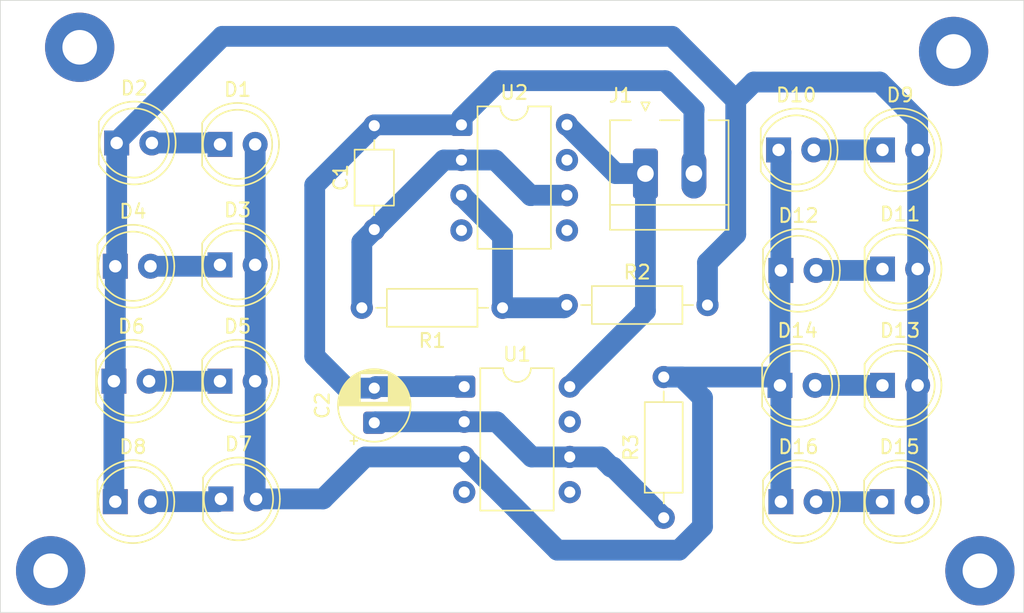
<source format=kicad_pcb>
(kicad_pcb (version 20241229) (generator "pcbnew") (generator_version "9.0")
  (title_block (title "Simulador luces policia") (date "2026-01-07") (rev "1.0") (company "Kits de electronica"))
  (layers (0 "F.Cu" signal) (2 "B.Cu" signal) (13 "F.Paste" user) (15 "B.Paste" user) (5 "F.SilkS" user "F.Silkscreen") (7 "B.SilkS" user "B.Silkscreen") (1 "F.Mask" user) (3 "B.Mask" user) (25 "Edge.Cuts" user))
  (net 0 "")
  (net 1 "Net-(U2-THR)")
  (net 2 "GND")
  (net 3 "Net-(U1-THR)")
  (net 4 "Net-(D1-K)")
  (net 5 "Net-(D1-A)")
  (net 6 "Net-(D11-A)")
  (net 7 "Net-(D3-K)")
  (net 8 "Net-(D5-K)")
  (net 9 "Net-(D7-K)")
  (net 10 "Net-(D10-A)")
  (net 11 "Net-(D11-K)")
  (net 12 "Net-(D13-K)")
  (net 13 "Net-(D15-K)")
  (net 14 "VCC")
  (net 15 "Net-(U2-Q)")
  (footprint "missimbolos:pad" (layer "F.Cu") (at 167.94 105.7)
    (property "Reference" "PadPlaca1" (hide yes))
    (property "Value" "~" (hide yes))
    (pad "1" thru_hole circle (at 0.03 -0.01) (size 5 5) (drill 2.5) (layers "*.Cu" "*.Mask"))
  )
  (footprint "LED_THT:LED_D5.0mm" (layer "F.Cu") (at 113.1 83.6)
    (property "Reference" "D3" (at 1.27 -3.96 0) (layer "F.SilkS"))
    (property "Value" "LED")
    (fp_line (start -1.29 -1.545) (end -1.29 1.545) (stroke (width 0.12)) (layer "F.SilkS"))
    (fp_arc (start -1.29 -1.54483) (mid 2.071779 -2.880495) (end 4.26 0) (stroke (width 0.12)) (layer "F.SilkS"))
    (fp_arc (start 4.26 0) (mid 2.071779 2.880495) (end -1.29 1.54483) (stroke (width 0.12)) (layer "F.SilkS"))
    (fp_circle (center 1.27 0) (end 3.77 0) (stroke (width 0.12)) (fill no) (layer "F.SilkS"))
    (pad "1" thru_hole rect (at 0 0) (size 1.8 1.8) (drill 0.9) (layers "*.Cu" "*.Mask") (net 7 "Net-(D3-K)"))
    (pad "2" thru_hole circle (at 2.54 0) (size 1.8 1.8) (drill 0.9) (layers "*.Cu" "*.Mask") (net 5 "Net-(D1-A)"))
  )
  (footprint "LED_THT:LED_D5.0mm" (layer "F.Cu") (at 105.54 83.7)
    (property "Reference" "D4" (at 1.27 -3.96 0) (layer "F.SilkS"))
    (property "Value" "LED")
    (fp_line (start -1.29 -1.545) (end -1.29 1.545) (stroke (width 0.12)) (layer "F.SilkS"))
    (fp_arc (start -1.29 -1.54483) (mid 2.071779 -2.880495) (end 4.26 0) (stroke (width 0.12)) (layer "F.SilkS"))
    (fp_arc (start 4.26 0) (mid 2.071779 2.880495) (end -1.29 1.54483) (stroke (width 0.12)) (layer "F.SilkS"))
    (fp_circle (center 1.27 0) (end 3.77 0) (stroke (width 0.12)) (fill no) (layer "F.SilkS"))
    (pad "1" thru_hole rect (at 0 0) (size 1.8 1.8) (drill 0.9) (layers "*.Cu" "*.Mask") (net 6 "Net-(D11-A)"))
    (pad "2" thru_hole circle (at 2.54 0) (size 1.8 1.8) (drill 0.9) (layers "*.Cu" "*.Mask") (net 7 "Net-(D3-K)"))
  )
  (footprint "missimbolos:pad" (layer "F.Cu") (at 100.84 105.7)
    (property "Reference" "PadPlaca3" (hide yes))
    (property "Value" "~" (hide yes))
    (pad "1" thru_hole circle (at 0.03 -0.01) (size 5 5) (drill 2.5) (layers "*.Cu" "*.Mask"))
  )
  (footprint "LED_THT:LED_D5.0mm" (layer "F.Cu") (at 153.535 92.3)
    (property "Reference" "D14" (at 1.27 -3.96 0) (layer "F.SilkS"))
    (property "Value" "LED")
    (fp_line (start -1.29 -1.545) (end -1.29 1.545) (stroke (width 0.12)) (layer "F.SilkS"))
    (fp_arc (start -1.29 -1.54483) (mid 2.071779 -2.880495) (end 4.26 0) (stroke (width 0.12)) (layer "F.SilkS"))
    (fp_arc (start 4.26 0) (mid 2.071779 2.880495) (end -1.29 1.54483) (stroke (width 0.12)) (layer "F.SilkS"))
    (fp_circle (center 1.27 0) (end 3.77 0) (stroke (width 0.12)) (fill no) (layer "F.SilkS"))
    (pad "1" thru_hole rect (at 0 0) (size 1.8 1.8) (drill 0.9) (layers "*.Cu" "*.Mask") (net 5 "Net-(D1-A)"))
    (pad "2" thru_hole circle (at 2.54 0) (size 1.8 1.8) (drill 0.9) (layers "*.Cu" "*.Mask") (net 12 "Net-(D13-K)"))
  )
  (footprint "LED_THT:LED_D5.0mm" (layer "F.Cu") (at 160.9 100.7)
    (property "Reference" "D15" (at 1.27 -3.96 0) (layer "F.SilkS"))
    (property "Value" "LED")
    (fp_line (start -1.29 -1.545) (end -1.29 1.545) (stroke (width 0.12)) (layer "F.SilkS"))
    (fp_arc (start -1.29 -1.54483) (mid 2.071779 -2.880495) (end 4.26 0) (stroke (width 0.12)) (layer "F.SilkS"))
    (fp_arc (start 4.26 0) (mid 2.071779 2.880495) (end -1.29 1.54483) (stroke (width 0.12)) (layer "F.SilkS"))
    (fp_circle (center 1.27 0) (end 3.77 0) (stroke (width 0.12)) (fill no) (layer "F.SilkS"))
    (pad "1" thru_hole rect (at 0 0) (size 1.8 1.8) (drill 0.9) (layers "*.Cu" "*.Mask") (net 13 "Net-(D15-K)"))
    (pad "2" thru_hole circle (at 2.54 0) (size 1.8 1.8) (drill 0.9) (layers "*.Cu" "*.Mask") (net 6 "Net-(D11-A)"))
  )
  (footprint "LED_THT:LED_D5.0mm" (layer "F.Cu") (at 105.64 74.8)
    (property "Reference" "D2" (at 1.27 -3.96 0) (layer "F.SilkS"))
    (property "Value" "LED")
    (fp_line (start -1.29 -1.545) (end -1.29 1.545) (stroke (width 0.12)) (layer "F.SilkS"))
    (fp_arc (start -1.29 -1.54483) (mid 2.071779 -2.880495) (end 4.26 0) (stroke (width 0.12)) (layer "F.SilkS"))
    (fp_arc (start 4.26 0) (mid 2.071779 2.880495) (end -1.29 1.54483) (stroke (width 0.12)) (layer "F.SilkS"))
    (fp_circle (center 1.27 0) (end 3.77 0) (stroke (width 0.12)) (fill no) (layer "F.SilkS"))
    (pad "1" thru_hole rect (at 0 0) (size 1.8 1.8) (drill 0.9) (layers "*.Cu" "*.Mask") (net 6 "Net-(D11-A)"))
    (pad "2" thru_hole circle (at 2.54 0) (size 1.8 1.8) (drill 0.9) (layers "*.Cu" "*.Mask") (net 4 "Net-(D1-K)"))
  )
  (footprint "Conectores_screw:PhoenixContact_MKDS_1,5_2-1727010-1x02_P3.50mm" (layer "F.Cu") (at 143.82 74.4675)
    (property "Reference" "J1" (at -1.78 -3.1 0) (layer "F.SilkS"))
    (property "Value" "9V")
    (fp_line (start -2.56 -1.31) (end -2.56 6.6) (stroke (width 0.12)) (layer "F.SilkS"))
    (fp_line (start -2.56 -1.31) (end -1.05 -1.31) (stroke (width 0.12)) (layer "F.SilkS"))
    (fp_line (start -2.56 4.8) (end 6 4.8) (stroke (width 0.12)) (layer "F.SilkS"))
    (fp_line (start -2.56 6.6) (end 6 6.6) (stroke (width 0.12)) (layer "F.SilkS"))
    (fp_line (start -0.3 -2.6) (end 0.3 -2.6) (stroke (width 0.12)) (layer "F.SilkS"))
    (fp_line (start 0 -2) (end -0.3 -2.6) (stroke (width 0.12)) (layer "F.SilkS"))
    (fp_line (start 0.3 -2.6) (end 0 -2) (stroke (width 0.12)) (layer "F.SilkS"))
    (fp_line (start 1.05 -1.31) (end 2.45 -1.31) (stroke (width 0.12)) (layer "F.SilkS"))
    (fp_line (start 4.55 -1.31) (end 6 -1.31) (stroke (width 0.12)) (layer "F.SilkS"))
    (fp_line (start 6 6.6) (end 6 -1.31) (stroke (width 0.12)) (layer "F.SilkS"))
    (pad "1" thru_hole roundrect (at 0 2.54) (size 1.8 3.6) (drill 1.2) (layers "*.Cu" "*.Mask") (roundrect_rratio 0.138889) (net 14 "VCC"))
    (pad "2" thru_hole oval (at 3.5 2.54) (size 1.8 3.6) (drill 1.2) (layers "*.Cu" "*.Mask") (net 2 "GND"))
  )
  (footprint "LED_THT:LED_D5.0mm" (layer "F.Cu") (at 113.1 74.9)
    (property "Reference" "D1" (at 1.27 -3.96 0) (layer "F.SilkS"))
    (property "Value" "LED")
    (fp_line (start -1.29 -1.545) (end -1.29 1.545) (stroke (width 0.12)) (layer "F.SilkS"))
    (fp_arc (start -1.29 -1.54483) (mid 2.071779 -2.880495) (end 4.26 0) (stroke (width 0.12)) (layer "F.SilkS"))
    (fp_arc (start 4.26 0) (mid 2.071779 2.880495) (end -1.29 1.54483) (stroke (width 0.12)) (layer "F.SilkS"))
    (fp_circle (center 1.27 0) (end 3.77 0) (stroke (width 0.12)) (fill no) (layer "F.SilkS"))
    (pad "1" thru_hole rect (at 0 0) (size 1.8 1.8) (drill 0.9) (layers "*.Cu" "*.Mask") (net 4 "Net-(D1-K)"))
    (pad "2" thru_hole circle (at 2.54 0) (size 1.8 1.8) (drill 0.9) (layers "*.Cu" "*.Mask") (net 5 "Net-(D1-A)"))
  )
  (footprint "LED_THT:LED_D5.0mm" (layer "F.Cu") (at 153.435 75.3)
    (property "Reference" "D10" (at 1.27 -3.96 0) (layer "F.SilkS"))
    (property "Value" "LED")
    (fp_line (start -1.29 -1.545) (end -1.29 1.545) (stroke (width 0.12)) (layer "F.SilkS"))
    (fp_arc (start -1.29 -1.54483) (mid 2.071779 -2.880495) (end 4.26 0) (stroke (width 0.12)) (layer "F.SilkS"))
    (fp_arc (start 4.26 0) (mid 2.071779 2.880495) (end -1.29 1.54483) (stroke (width 0.12)) (layer "F.SilkS"))
    (fp_circle (center 1.27 0) (end 3.77 0) (stroke (width 0.12)) (fill no) (layer "F.SilkS"))
    (pad "1" thru_hole rect (at 0 0) (size 1.8 1.8) (drill 0.9) (layers "*.Cu" "*.Mask") (net 5 "Net-(D1-A)"))
    (pad "2" thru_hole circle (at 2.54 0) (size 1.8 1.8) (drill 0.9) (layers "*.Cu" "*.Mask") (net 10 "Net-(D10-A)"))
  )
  (footprint "LED_THT:LED_D5.0mm" (layer "F.Cu") (at 105.44 92)
    (property "Reference" "D6" (at 1.27 -3.96 0) (layer "F.SilkS"))
    (property "Value" "LED")
    (fp_line (start -1.29 -1.545) (end -1.29 1.545) (stroke (width 0.12)) (layer "F.SilkS"))
    (fp_arc (start -1.29 -1.54483) (mid 2.071779 -2.880495) (end 4.26 0) (stroke (width 0.12)) (layer "F.SilkS"))
    (fp_arc (start 4.26 0) (mid 2.071779 2.880495) (end -1.29 1.54483) (stroke (width 0.12)) (layer "F.SilkS"))
    (fp_circle (center 1.27 0) (end 3.77 0) (stroke (width 0.12)) (fill no) (layer "F.SilkS"))
    (pad "1" thru_hole rect (at 0 0) (size 1.8 1.8) (drill 0.9) (layers "*.Cu" "*.Mask") (net 6 "Net-(D11-A)"))
    (pad "2" thru_hole circle (at 2.54 0) (size 1.8 1.8) (drill 0.9) (layers "*.Cu" "*.Mask") (net 8 "Net-(D5-K)"))
  )
  (footprint "Capacitor_THT:CP_Radial_D5.0mm_P2.50mm" (layer "F.Cu") (at 124.24 95 90)
    (property "Reference" "C2" (at 1.25 -3.75 90) (layer "F.SilkS"))
    (property "Value" "19uF")
    (fp_line (start 1.29 -2.58) (end 1.29 2.58) (stroke (width 0.12)) (layer "F.SilkS"))
    (fp_line (start 1.25 -2.58) (end 1.25 2.58) (stroke (width 0.12)) (layer "F.SilkS"))
    (fp_line (start 1.33 -2.579) (end 1.33 2.579) (stroke (width 0.12)) (layer "F.SilkS"))
    (fp_line (start 1.37 -2.577) (end 1.37 2.577) (stroke (width 0.12)) (layer "F.SilkS"))
    (fp_line (start 1.41 -2.575) (end 1.41 2.575) (stroke (width 0.12)) (layer "F.SilkS"))
    (fp_line (start 1.45 -2.572) (end 1.45 2.572) (stroke (width 0.12)) (layer "F.SilkS"))
    (fp_line (start 1.49 -2.569) (end 1.49 -1.04) (stroke (width 0.12)) (layer "F.SilkS"))
    (fp_line (start 1.53 -2.565) (end 1.53 -1.04) (stroke (width 0.12)) (layer "F.SilkS"))
    (fp_line (start 1.57 -2.56) (end 1.57 -1.04) (stroke (width 0.12)) (layer "F.SilkS"))
    (fp_line (start 1.61 -2.555) (end 1.61 -1.04) (stroke (width 0.12)) (layer "F.SilkS"))
    (fp_line (start 1.65 -2.549) (end 1.65 -1.04) (stroke (width 0.12)) (layer "F.SilkS"))
    (fp_line (start 1.69 -2.543) (end 1.69 -1.04) (stroke (width 0.12)) (layer "F.SilkS"))
    (fp_line (start 1.73 -2.536) (end 1.73 -1.04) (stroke (width 0.12)) (layer "F.SilkS"))
    (fp_line (start 1.77 -2.528) (end 1.77 -1.04) (stroke (width 0.12)) (layer "F.SilkS"))
    (fp_line (start 1.81 -2.519) (end 1.81 -1.04) (stroke (width 0.12)) (layer "F.SilkS"))
    (fp_line (start 1.85 -2.51) (end 1.85 -1.04) (stroke (width 0.12)) (layer "F.SilkS"))
    (fp_line (start 1.89 -2.501) (end 1.89 -1.04) (stroke (width 0.12)) (layer "F.SilkS"))
    (fp_line (start 1.93 -2.49) (end 1.93 -1.04) (stroke (width 0.12)) (layer "F.SilkS"))
    (fp_line (start 1.97 -2.479) (end 1.97 -1.04) (stroke (width 0.12)) (layer "F.SilkS"))
    (fp_line (start 2.01 -2.467) (end 2.01 -1.04) (stroke (width 0.12)) (layer "F.SilkS"))
    (fp_line (start 2.05 -2.455) (end 2.05 -1.04) (stroke (width 0.12)) (layer "F.SilkS"))
    (fp_line (start 2.09 -2.442) (end 2.09 -1.04) (stroke (width 0.12)) (layer "F.SilkS"))
    (fp_line (start 2.13 -2.428) (end 2.13 -1.04) (stroke (width 0.12)) (layer "F.SilkS"))
    (fp_line (start 2.17 -2.413) (end 2.17 -1.04) (stroke (width 0.12)) (layer "F.SilkS"))
    (fp_line (start 2.21 -2.398) (end 2.21 -1.04) (stroke (width 0.12)) (layer "F.SilkS"))
    (fp_line (start 2.25 -2.382) (end 2.25 -1.04) (stroke (width 0.12)) (layer "F.SilkS"))
    (fp_line (start 2.29 -2.365) (end 2.29 -1.04) (stroke (width 0.12)) (layer "F.SilkS"))
    (fp_line (start 2.33 -2.347) (end 2.33 -1.04) (stroke (width 0.12)) (layer "F.SilkS"))
    (fp_line (start 2.37 -2.329) (end 2.37 -1.04) (stroke (width 0.12)) (layer "F.SilkS"))
    (fp_line (start 2.41 -2.309) (end 2.41 -1.04) (stroke (width 0.12)) (layer "F.SilkS"))
    (fp_line (start 2.45 -2.289) (end 2.45 -1.04) (stroke (width 0.12)) (layer "F.SilkS"))
    (fp_line (start 2.49 -2.268) (end 2.49 -1.04) (stroke (width 0.12)) (layer "F.SilkS"))
    (fp_line (start 2.53 -2.246) (end 2.53 -1.04) (stroke (width 0.12)) (layer "F.SilkS"))
    (fp_line (start 2.57 -2.223) (end 2.57 -1.04) (stroke (width 0.12)) (layer "F.SilkS"))
    (fp_line (start 2.61 -2.199) (end 2.61 -1.04) (stroke (width 0.12)) (layer "F.SilkS"))
    (fp_line (start 2.65 -2.175) (end 2.65 -1.04) (stroke (width 0.12)) (layer "F.SilkS"))
    (fp_line (start 2.69 -2.149) (end 2.69 -1.04) (stroke (width 0.12)) (layer "F.SilkS"))
    (fp_line (start 2.73 -2.122) (end 2.73 -1.04) (stroke (width 0.12)) (layer "F.SilkS"))
    (fp_line (start 2.77 -2.094) (end 2.77 -1.04) (stroke (width 0.12)) (layer "F.SilkS"))
    (fp_line (start 2.81 -2.065) (end 2.81 -1.04) (stroke (width 0.12)) (layer "F.SilkS"))
    (fp_line (start 2.85 -2.035) (end 2.85 -1.04) (stroke (width 0.12)) (layer "F.SilkS"))
    (fp_line (start 2.89 -2.003) (end 2.89 -1.04) (stroke (width 0.12)) (layer "F.SilkS"))
    (fp_line (start 2.93 -1.97) (end 2.93 -1.04) (stroke (width 0.12)) (layer "F.SilkS"))
    (fp_line (start 2.97 -1.936) (end 2.97 -1.04) (stroke (width 0.12)) (layer "F.SilkS"))
    (fp_line (start 3.01 -1.901) (end 3.01 -1.04) (stroke (width 0.12)) (layer "F.SilkS"))
    (fp_line (start 3.05 -1.864) (end 3.05 -1.04) (stroke (width 0.12)) (layer "F.SilkS"))
    (fp_line (start 3.09 -1.825) (end 3.09 -1.04) (stroke (width 0.12)) (layer "F.SilkS"))
    (fp_line (start 3.13 -1.785) (end 3.13 -1.04) (stroke (width 0.12)) (layer "F.SilkS"))
    (fp_line (start 3.17 -1.743) (end 3.17 -1.04) (stroke (width 0.12)) (layer "F.SilkS"))
    (fp_line (start -1.304775 -1.725) (end -1.304775 -1.225) (stroke (width 0.12)) (layer "F.SilkS"))
    (fp_line (start 3.21 -1.699) (end 3.21 -1.04) (stroke (width 0.12)) (layer "F.SilkS"))
    (fp_line (start 3.25 -1.652) (end 3.25 -1.04) (stroke (width 0.12)) (layer "F.SilkS"))
    (fp_line (start 3.29 -1.604) (end 3.29 -1.04) (stroke (width 0.12)) (layer "F.SilkS"))
    (fp_line (start 3.33 -1.553) (end 3.33 -1.04) (stroke (width 0.12)) (layer "F.SilkS"))
    (fp_line (start 3.37 -1.499) (end 3.37 -1.04) (stroke (width 0.12)) (layer "F.SilkS"))
    (fp_line (start -1.554775 -1.475) (end -1.054775 -1.475) (stroke (width 0.12)) (layer "F.SilkS"))
    (fp_line (start 3.41 -1.443) (end 3.41 -1.04) (stroke (width 0.12)) (layer "F.SilkS"))
    (fp_line (start 3.45 -1.383) (end 3.45 -1.04) (stroke (width 0.12)) (layer "F.SilkS"))
    (fp_line (start 3.49 -1.319) (end 3.49 -1.04) (stroke (width 0.12)) (layer "F.SilkS"))
    (fp_line (start 3.53 -1.251) (end 3.53 -1.04) (stroke (width 0.12)) (layer "F.SilkS"))
    (fp_line (start 3.57 -1.177) (end 3.57 1.177) (stroke (width 0.12)) (layer "F.SilkS"))
    (fp_line (start 3.61 -1.098) (end 3.61 1.098) (stroke (width 0.12)) (layer "F.SilkS"))
    (fp_line (start 3.65 -1.011) (end 3.65 1.011) (stroke (width 0.12)) (layer "F.SilkS"))
    (fp_line (start 3.69 -0.914) (end 3.69 0.914) (stroke (width 0.12)) (layer "F.SilkS"))
    (fp_line (start 3.73 -0.805) (end 3.73 0.805) (stroke (width 0.12)) (layer "F.SilkS"))
    (fp_line (start 3.77 -0.677) (end 3.77 0.677) (stroke (width 0.12)) (layer "F.SilkS"))
    (fp_line (start 3.81 -0.517) (end 3.81 0.517) (stroke (width 0.12)) (layer "F.SilkS"))
    (fp_line (start 3.85 -0.283) (end 3.85 0.283) (stroke (width 0.12)) (layer "F.SilkS"))
    (fp_line (start 3.53 1.04) (end 3.53 1.251) (stroke (width 0.12)) (layer "F.SilkS"))
    (fp_line (start 3.49 1.04) (end 3.49 1.319) (stroke (width 0.12)) (layer "F.SilkS"))
    (fp_line (start 3.45 1.04) (end 3.45 1.383) (stroke (width 0.12)) (layer "F.SilkS"))
    (fp_line (start 3.41 1.04) (end 3.41 1.443) (stroke (width 0.12)) (layer "F.SilkS"))
    (fp_line (start 3.37 1.04) (end 3.37 1.499) (stroke (width 0.12)) (layer "F.SilkS"))
    (fp_line (start 3.33 1.04) (end 3.33 1.553) (stroke (width 0.12)) (layer "F.SilkS"))
    (fp_line (start 3.29 1.04) (end 3.29 1.604) (stroke (width 0.12)) (layer "F.SilkS"))
    (fp_line (start 3.25 1.04) (end 3.25 1.652) (stroke (width 0.12)) (layer "F.SilkS"))
    (fp_line (start 3.21 1.04) (end 3.21 1.699) (stroke (width 0.12)) (layer "F.SilkS"))
    (fp_line (start 3.17 1.04) (end 3.17 1.743) (stroke (width 0.12)) (layer "F.SilkS"))
    (fp_line (start 3.13 1.04) (end 3.13 1.785) (stroke (width 0.12)) (layer "F.SilkS"))
    (fp_line (start 3.09 1.04) (end 3.09 1.825) (stroke (width 0.12)) (layer "F.SilkS"))
    (fp_line (start 3.05 1.04) (end 3.05 1.864) (stroke (width 0.12)) (layer "F.SilkS"))
    (fp_line (start 3.01 1.04) (end 3.01 1.901) (stroke (width 0.12)) (layer "F.SilkS"))
    (fp_line (start 2.97 1.04) (end 2.97 1.936) (stroke (width 0.12)) (layer "F.SilkS"))
    (fp_line (start 2.93 1.04) (end 2.93 1.97) (stroke (width 0.12)) (layer "F.SilkS"))
    (fp_line (start 2.89 1.04) (end 2.89 2.003) (stroke (width 0.12)) (layer "F.SilkS"))
    (fp_line (start 2.85 1.04) (end 2.85 2.035) (stroke (width 0.12)) (layer "F.SilkS"))
    (fp_line (start 2.81 1.04) (end 2.81 2.065) (stroke (width 0.12)) (layer "F.SilkS"))
    (fp_line (start 2.77 1.04) (end 2.77 2.094) (stroke (width 0.12)) (layer "F.SilkS"))
    (fp_line (start 2.73 1.04) (end 2.73 2.122) (stroke (width 0.12)) (layer "F.SilkS"))
    (fp_line (start 2.69 1.04) (end 2.69 2.149) (stroke (width 0.12)) (layer "F.SilkS"))
    (fp_line (start 2.65 1.04) (end 2.65 2.175) (stroke (width 0.12)) (layer "F.SilkS"))
    (fp_line (start 2.61 1.04) (end 2.61 2.199) (stroke (width 0.12)) (layer "F.SilkS"))
    (fp_line (start 2.57 1.04) (end 2.57 2.223) (stroke (width 0.12)) (layer "F.SilkS"))
    (fp_line (start 2.53 1.04) (end 2.53 2.246) (stroke (width 0.12)) (layer "F.SilkS"))
    (fp_line (start 2.49 1.04) (end 2.49 2.268) (stroke (width 0.12)) (layer "F.SilkS"))
    (fp_line (start 2.45 1.04) (end 2.45 2.289) (stroke (width 0.12)) (layer "F.SilkS"))
    (fp_line (start 2.41 1.04) (end 2.41 2.309) (stroke (width 0.12)) (layer "F.SilkS"))
    (fp_line (start 2.37 1.04) (end 2.37 2.329) (stroke (width 0.12)) (layer "F.SilkS"))
    (fp_line (start 2.33 1.04) (end 2.33 2.347) (stroke (width 0.12)) (layer "F.SilkS"))
    (fp_line (start 2.29 1.04) (end 2.29 2.365) (stroke (width 0.12)) (layer "F.SilkS"))
    (fp_line (start 2.25 1.04) (end 2.25 2.382) (stroke (width 0.12)) (layer "F.SilkS"))
    (fp_line (start 2.21 1.04) (end 2.21 2.398) (stroke (width 0.12)) (layer "F.SilkS"))
    (fp_line (start 2.17 1.04) (end 2.17 2.413) (stroke (width 0.12)) (layer "F.SilkS"))
    (fp_line (start 2.13 1.04) (end 2.13 2.428) (stroke (width 0.12)) (layer "F.SilkS"))
    (fp_line (start 2.09 1.04) (end 2.09 2.442) (stroke (width 0.12)) (layer "F.SilkS"))
    (fp_line (start 2.05 1.04) (end 2.05 2.455) (stroke (width 0.12)) (layer "F.SilkS"))
    (fp_line (start 2.01 1.04) (end 2.01 2.467) (stroke (width 0.12)) (layer "F.SilkS"))
    (fp_line (start 1.97 1.04) (end 1.97 2.479) (stroke (width 0.12)) (layer "F.SilkS"))
    (fp_line (start 1.93 1.04) (end 1.93 2.49) (stroke (width 0.12)) (layer "F.SilkS"))
    (fp_line (start 1.89 1.04) (end 1.89 2.501) (stroke (width 0.12)) (layer "F.SilkS"))
    (fp_line (start 1.85 1.04) (end 1.85 2.51) (stroke (width 0.12)) (layer "F.SilkS"))
    (fp_line (start 1.81 1.04) (end 1.81 2.519) (stroke (width 0.12)) (layer "F.SilkS"))
    (fp_line (start 1.77 1.04) (end 1.77 2.528) (stroke (width 0.12)) (layer "F.SilkS"))
    (fp_line (start 1.73 1.04) (end 1.73 2.536) (stroke (width 0.12)) (layer "F.SilkS"))
    (fp_line (start 1.69 1.04) (end 1.69 2.543) (stroke (width 0.12)) (layer "F.SilkS"))
    (fp_line (start 1.65 1.04) (end 1.65 2.549) (stroke (width 0.12)) (layer "F.SilkS"))
    (fp_line (start 1.61 1.04) (end 1.61 2.555) (stroke (width 0.12)) (layer "F.SilkS"))
    (fp_line (start 1.57 1.04) (end 1.57 2.56) (stroke (width 0.12)) (layer "F.SilkS"))
    (fp_line (start 1.53 1.04) (end 1.53 2.565) (stroke (width 0.12)) (layer "F.SilkS"))
    (fp_line (start 1.49 1.04) (end 1.49 2.569) (stroke (width 0.12)) (layer "F.SilkS"))
    (fp_circle (center 1.25 0) (end 3.87 0) (stroke (width 0.12)) (fill no) (layer "F.SilkS"))
    (pad "1" thru_hole roundrect (at 0 0 90) (size 1.6 1.6) (drill 0.8) (layers "*.Cu" "*.Mask") (roundrect_rratio 0.15625) (net 3 "Net-(U1-THR)"))
    (pad "2" thru_hole circle (at 2.5 0 90) (size 1.6 1.6) (drill 0.8) (layers "*.Cu" "*.Mask") (net 2 "GND"))
  )
  (footprint "Resistor_THT:R_Axial_DIN0207_L6.3mm_D2.5mm_P10.16mm_Horizontal" (layer "F.Cu") (at 138.14 86.5)
    (property "Reference" "R2" (at 5.08 -2.37 0) (layer "F.SilkS"))
    (property "Value" "100")
    (fp_line (start 1.04 0) (end 1.81 0) (stroke (width 0.12)) (layer "F.SilkS"))
    (fp_line (start 9.12 0) (end 8.35 0) (stroke (width 0.12)) (layer "F.SilkS"))
    (fp_rect (start 1.81 -1.37) (end 8.35 1.37) (stroke (width 0.12)) (fill no) (layer "F.SilkS"))
    (pad "1" thru_hole circle (at 0 0) (size 1.6 1.6) (drill 0.8) (layers "*.Cu" "*.Mask") (net 15 "Net-(U2-Q)"))
    (pad "2" thru_hole circle (at 10.16 0) (size 1.6 1.6) (drill 0.8) (layers "*.Cu" "*.Mask") (net 6 "Net-(D11-A)"))
  )
  (footprint "Resistor_THT:R_Axial_DIN0207_L6.3mm_D2.5mm_P10.16mm_Horizontal" (layer "F.Cu") (at 145.14 101.86 90)
    (property "Reference" "R3" (at 5.08 -2.37 90) (layer "F.SilkS"))
    (property "Value" "470K")
    (fp_line (start 9.12 0) (end 8.35 0) (stroke (width 0.12)) (layer "F.SilkS"))
    (fp_line (start 1.04 0) (end 1.81 0) (stroke (width 0.12)) (layer "F.SilkS"))
    (fp_rect (start 1.81 -1.37) (end 8.35 1.37) (stroke (width 0.12)) (fill no) (layer "F.SilkS"))
    (pad "1" thru_hole circle (at 0 0 90) (size 1.6 1.6) (drill 0.8) (layers "*.Cu" "*.Mask") (net 3 "Net-(U1-THR)"))
    (pad "2" thru_hole circle (at 10.16 0 90) (size 1.6 1.6) (drill 0.8) (layers "*.Cu" "*.Mask") (net 5 "Net-(D1-A)"))
  )
  (footprint "LED_THT:LED_D5.0mm" (layer "F.Cu") (at 105.54 100.7)
    (property "Reference" "D8" (at 1.27 -3.96 0) (layer "F.SilkS"))
    (property "Value" "LED")
    (fp_line (start -1.29 -1.545) (end -1.29 1.545) (stroke (width 0.12)) (layer "F.SilkS"))
    (fp_arc (start -1.29 -1.54483) (mid 2.071779 -2.880495) (end 4.26 0) (stroke (width 0.12)) (layer "F.SilkS"))
    (fp_arc (start 4.26 0) (mid 2.071779 2.880495) (end -1.29 1.54483) (stroke (width 0.12)) (layer "F.SilkS"))
    (fp_circle (center 1.27 0) (end 3.77 0) (stroke (width 0.12)) (fill no) (layer "F.SilkS"))
    (pad "1" thru_hole rect (at 0 0) (size 1.8 1.8) (drill 0.9) (layers "*.Cu" "*.Mask") (net 6 "Net-(D11-A)"))
    (pad "2" thru_hole circle (at 2.54 0) (size 1.8 1.8) (drill 0.9) (layers "*.Cu" "*.Mask") (net 9 "Net-(D7-K)"))
  )
  (footprint "Capacitor_THT:C_Axial_L3.8mm_D2.6mm_P7.50mm_Horizontal" (layer "F.Cu") (at 124.24 81.05 90)
    (property "Reference" "C1" (at 3.75 -2.42 90) (layer "F.SilkS"))
    (property "Value" "8nF")
    (fp_line (start 6.46 0) (end 5.77 0) (stroke (width 0.12)) (layer "F.SilkS"))
    (fp_line (start 1.04 0) (end 1.73 0) (stroke (width 0.12)) (layer "F.SilkS"))
    (fp_rect (start 1.73 -1.42) (end 5.77 1.42) (stroke (width 0.12)) (fill no) (layer "F.SilkS"))
    (pad "1" thru_hole circle (at 0 0 90) (size 1.6 1.6) (drill 0.8) (layers "*.Cu" "*.Mask") (net 1 "Net-(U2-THR)"))
    (pad "2" thru_hole circle (at 7.5 0 90) (size 1.6 1.6) (drill 0.8) (layers "*.Cu" "*.Mask") (net 2 "GND"))
  )
  (footprint "LED_THT:LED_D5.0mm" (layer "F.Cu") (at 153.6 84)
    (property "Reference" "D12" (at 1.27 -3.96 0) (layer "F.SilkS"))
    (property "Value" "LED")
    (fp_line (start -1.29 -1.545) (end -1.29 1.545) (stroke (width 0.12)) (layer "F.SilkS"))
    (fp_arc (start -1.29 -1.54483) (mid 2.071779 -2.880495) (end 4.26 0) (stroke (width 0.12)) (layer "F.SilkS"))
    (fp_arc (start 4.26 0) (mid 2.071779 2.880495) (end -1.29 1.54483) (stroke (width 0.12)) (layer "F.SilkS"))
    (fp_circle (center 1.27 0) (end 3.77 0) (stroke (width 0.12)) (fill no) (layer "F.SilkS"))
    (pad "1" thru_hole rect (at 0 0) (size 1.8 1.8) (drill 0.9) (layers "*.Cu" "*.Mask") (net 5 "Net-(D1-A)"))
    (pad "2" thru_hole circle (at 2.54 0) (size 1.8 1.8) (drill 0.9) (layers "*.Cu" "*.Mask") (net 11 "Net-(D11-K)"))
  )
  (footprint "LED_THT:LED_D5.0mm" (layer "F.Cu") (at 160.935 75.3)
    (property "Reference" "D9" (at 1.27 -3.96 0) (layer "F.SilkS"))
    (property "Value" "LED")
    (fp_line (start -1.29 -1.545) (end -1.29 1.545) (stroke (width 0.12)) (layer "F.SilkS"))
    (fp_arc (start -1.29 -1.54483) (mid 2.071779 -2.880495) (end 4.26 0) (stroke (width 0.12)) (layer "F.SilkS"))
    (fp_arc (start 4.26 0) (mid 2.071779 2.880495) (end -1.29 1.54483) (stroke (width 0.12)) (layer "F.SilkS"))
    (fp_circle (center 1.27 0) (end 3.77 0) (stroke (width 0.12)) (fill no) (layer "F.SilkS"))
    (pad "1" thru_hole rect (at 0 0) (size 1.8 1.8) (drill 0.9) (layers "*.Cu" "*.Mask") (net 10 "Net-(D10-A)"))
    (pad "2" thru_hole circle (at 2.54 0) (size 1.8 1.8) (drill 0.9) (layers "*.Cu" "*.Mask") (net 6 "Net-(D11-A)"))
  )
  (footprint "LED_THT:LED_D5.0mm" (layer "F.Cu") (at 113.1 92)
    (property "Reference" "D5" (at 1.27 -3.96 0) (layer "F.SilkS"))
    (property "Value" "LED")
    (fp_line (start -1.29 -1.545) (end -1.29 1.545) (stroke (width 0.12)) (layer "F.SilkS"))
    (fp_arc (start -1.29 -1.54483) (mid 2.071779 -2.880495) (end 4.26 0) (stroke (width 0.12)) (layer "F.SilkS"))
    (fp_arc (start 4.26 0) (mid 2.071779 2.880495) (end -1.29 1.54483) (stroke (width 0.12)) (layer "F.SilkS"))
    (fp_circle (center 1.27 0) (end 3.77 0) (stroke (width 0.12)) (fill no) (layer "F.SilkS"))
    (pad "1" thru_hole rect (at 0 0) (size 1.8 1.8) (drill 0.9) (layers "*.Cu" "*.Mask") (net 8 "Net-(D5-K)"))
    (pad "2" thru_hole circle (at 2.54 0) (size 1.8 1.8) (drill 0.9) (layers "*.Cu" "*.Mask") (net 5 "Net-(D1-A)"))
  )
  (footprint "Package_DIP:DIP-8_W7.62mm" (layer "F.Cu") (at 130.535 73.49)
    (property "Reference" "U2" (at 3.81 -2.33 0) (layer "F.SilkS"))
    (property "Value" "LM555xN")
    (fp_line (start 1.16 -1.33) (end 1.16 8.95) (stroke (width 0.12)) (layer "F.SilkS"))
    (fp_line (start 1.16 8.95) (end 6.46 8.95) (stroke (width 0.12)) (layer "F.SilkS"))
    (fp_line (start 2.81 -1.33) (end 1.16 -1.33) (stroke (width 0.12)) (layer "F.SilkS"))
    (fp_line (start 6.46 -1.33) (end 4.81 -1.33) (stroke (width 0.12)) (layer "F.SilkS"))
    (fp_line (start 6.46 8.95) (end 6.46 -1.33) (stroke (width 0.12)) (layer "F.SilkS"))
    (fp_arc (start 4.81 -1.33) (mid 3.81 -0.33) (end 2.81 -1.33) (stroke (width 0.12)) (layer "F.SilkS"))
    (pad "1" thru_hole roundrect (at 0 0) (size 1.6 1.6) (drill 0.8) (layers "*.Cu" "*.Mask") (roundrect_rratio 0.15625) (net 2 "GND"))
    (pad "2" thru_hole circle (at 0 2.54) (size 1.6 1.6) (drill 0.8) (layers "*.Cu" "*.Mask") (net 1 "Net-(U2-THR)"))
    (pad "3" thru_hole circle (at 0 5.08) (size 1.6 1.6) (drill 0.8) (layers "*.Cu" "*.Mask") (net 15 "Net-(U2-Q)"))
    (pad "4" thru_hole circle (at 0 7.62) (size 1.6 1.6) (drill 0.8) (layers "*.Cu" "*.Mask"))
    (pad "5" thru_hole circle (at 7.62 7.62) (size 1.6 1.6) (drill 0.8) (layers "*.Cu" "*.Mask"))
    (pad "6" thru_hole circle (at 7.62 5.08) (size 1.6 1.6) (drill 0.8) (layers "*.Cu" "*.Mask") (net 1 "Net-(U2-THR)"))
    (pad "7" thru_hole circle (at 7.62 2.54) (size 1.6 1.6) (drill 0.8) (layers "*.Cu" "*.Mask"))
    (pad "8" thru_hole circle (at 7.62 0) (size 1.6 1.6) (drill 0.8) (layers "*.Cu" "*.Mask") (net 14 "VCC"))
  )
  (footprint "LED_THT:LED_D5.0mm" (layer "F.Cu") (at 160.935 83.9)
    (property "Reference" "D11" (at 1.27 -3.96 0) (layer "F.SilkS"))
    (property "Value" "LED")
    (fp_line (start -1.29 -1.545) (end -1.29 1.545) (stroke (width 0.12)) (layer "F.SilkS"))
    (fp_arc (start -1.29 -1.54483) (mid 2.071779 -2.880495) (end 4.26 0) (stroke (width 0.12)) (layer "F.SilkS"))
    (fp_arc (start 4.26 0) (mid 2.071779 2.880495) (end -1.29 1.54483) (stroke (width 0.12)) (layer "F.SilkS"))
    (fp_circle (center 1.27 0) (end 3.77 0) (stroke (width 0.12)) (fill no) (layer "F.SilkS"))
    (pad "1" thru_hole rect (at 0 0) (size 1.8 1.8) (drill 0.9) (layers "*.Cu" "*.Mask") (net 11 "Net-(D11-K)"))
    (pad "2" thru_hole circle (at 2.54 0) (size 1.8 1.8) (drill 0.9) (layers "*.Cu" "*.Mask") (net 6 "Net-(D11-A)"))
  )
  (footprint "LED_THT:LED_D5.0mm" (layer "F.Cu") (at 113.165 100.5)
    (property "Reference" "D7" (at 1.27 -3.96 0) (layer "F.SilkS"))
    (property "Value" "LED")
    (fp_line (start -1.29 -1.545) (end -1.29 1.545) (stroke (width 0.12)) (layer "F.SilkS"))
    (fp_arc (start -1.29 -1.54483) (mid 2.071779 -2.880495) (end 4.26 0) (stroke (width 0.12)) (layer "F.SilkS"))
    (fp_arc (start 4.26 0) (mid 2.071779 2.880495) (end -1.29 1.54483) (stroke (width 0.12)) (layer "F.SilkS"))
    (fp_circle (center 1.27 0) (end 3.77 0) (stroke (width 0.12)) (fill no) (layer "F.SilkS"))
    (pad "1" thru_hole rect (at 0 0) (size 1.8 1.8) (drill 0.9) (layers "*.Cu" "*.Mask") (net 9 "Net-(D7-K)"))
    (pad "2" thru_hole circle (at 2.54 0) (size 1.8 1.8) (drill 0.9) (layers "*.Cu" "*.Mask") (net 5 "Net-(D1-A)"))
  )
  (footprint "Package_DIP:DIP-8_W7.62mm" (layer "F.Cu") (at 130.735 92.39)
    (property "Reference" "U1" (at 3.81 -2.33 0) (layer "F.SilkS"))
    (property "Value" "LM555xN")
    (fp_line (start 1.16 -1.33) (end 1.16 8.95) (stroke (width 0.12)) (layer "F.SilkS"))
    (fp_line (start 1.16 8.95) (end 6.46 8.95) (stroke (width 0.12)) (layer "F.SilkS"))
    (fp_line (start 2.81 -1.33) (end 1.16 -1.33) (stroke (width 0.12)) (layer "F.SilkS"))
    (fp_line (start 6.46 -1.33) (end 4.81 -1.33) (stroke (width 0.12)) (layer "F.SilkS"))
    (fp_line (start 6.46 8.95) (end 6.46 -1.33) (stroke (width 0.12)) (layer "F.SilkS"))
    (fp_arc (start 4.81 -1.33) (mid 3.81 -0.33) (end 2.81 -1.33) (stroke (width 0.12)) (layer "F.SilkS"))
    (pad "1" thru_hole roundrect (at 0 0) (size 1.6 1.6) (drill 0.8) (layers "*.Cu" "*.Mask") (roundrect_rratio 0.15625) (net 2 "GND"))
    (pad "2" thru_hole circle (at 0 2.54) (size 1.6 1.6) (drill 0.8) (layers "*.Cu" "*.Mask") (net 3 "Net-(U1-THR)"))
    (pad "3" thru_hole circle (at 0 5.08) (size 1.6 1.6) (drill 0.8) (layers "*.Cu" "*.Mask") (net 5 "Net-(D1-A)"))
    (pad "4" thru_hole circle (at 0 7.62) (size 1.6 1.6) (drill 0.8) (layers "*.Cu" "*.Mask"))
    (pad "5" thru_hole circle (at 7.62 7.62) (size 1.6 1.6) (drill 0.8) (layers "*.Cu" "*.Mask"))
    (pad "6" thru_hole circle (at 7.62 5.08) (size 1.6 1.6) (drill 0.8) (layers "*.Cu" "*.Mask") (net 3 "Net-(U1-THR)"))
    (pad "7" thru_hole circle (at 7.62 2.54) (size 1.6 1.6) (drill 0.8) (layers "*.Cu" "*.Mask"))
    (pad "8" thru_hole circle (at 7.62 0) (size 1.6 1.6) (drill 0.8) (layers "*.Cu" "*.Mask") (net 14 "VCC"))
  )
  (footprint "Resistor_THT:R_Axial_DIN0207_L6.3mm_D2.5mm_P10.16mm_Horizontal" (layer "F.Cu") (at 133.5 86.7 180)
    (property "Reference" "R1" (at 5.08 -2.37 0) (layer "F.SilkS"))
    (property "Value" "470K")
    (fp_line (start 9.12 0) (end 8.35 0) (stroke (width 0.12)) (layer "F.SilkS"))
    (fp_line (start 1.04 0) (end 1.81 0) (stroke (width 0.12)) (layer "F.SilkS"))
    (fp_rect (start 1.81 -1.37) (end 8.35 1.37) (stroke (width 0.12)) (fill no) (layer "F.SilkS"))
    (pad "1" thru_hole circle (at 0 0 180) (size 1.6 1.6) (drill 0.8) (layers "*.Cu" "*.Mask") (net 15 "Net-(U2-Q)"))
    (pad "2" thru_hole circle (at 10.16 0 180) (size 1.6 1.6) (drill 0.8) (layers "*.Cu" "*.Mask") (net 1 "Net-(U2-THR)"))
  )
  (footprint "LED_THT:LED_D5.0mm" (layer "F.Cu") (at 160.935 92.3)
    (property "Reference" "D13" (at 1.27 -3.96 0) (layer "F.SilkS"))
    (property "Value" "LED")
    (fp_line (start -1.29 -1.545) (end -1.29 1.545) (stroke (width 0.12)) (layer "F.SilkS"))
    (fp_arc (start -1.29 -1.54483) (mid 2.071779 -2.880495) (end 4.26 0) (stroke (width 0.12)) (layer "F.SilkS"))
    (fp_arc (start 4.26 0) (mid 2.071779 2.880495) (end -1.29 1.54483) (stroke (width 0.12)) (layer "F.SilkS"))
    (fp_circle (center 1.27 0) (end 3.77 0) (stroke (width 0.12)) (fill no) (layer "F.SilkS"))
    (pad "1" thru_hole rect (at 0 0) (size 1.8 1.8) (drill 0.9) (layers "*.Cu" "*.Mask") (net 12 "Net-(D13-K)"))
    (pad "2" thru_hole circle (at 2.54 0) (size 1.8 1.8) (drill 0.9) (layers "*.Cu" "*.Mask") (net 6 "Net-(D11-A)"))
  )
  (footprint "missimbolos:pad" (layer "F.Cu") (at 166.04 68.2)
    (property "Reference" "PadPlaca2" (hide yes))
    (property "Value" "~" (hide yes))
    (pad "1" thru_hole circle (at 0.03 -0.01) (size 5 5) (drill 2.5) (layers "*.Cu" "*.Mask"))
  )
  (footprint "LED_THT:LED_D5.0mm" (layer "F.Cu") (at 153.6 100.7)
    (property "Reference" "D16" (at 1.27 -3.96 0) (layer "F.SilkS"))
    (property "Value" "LED")
    (fp_line (start -1.29 -1.545) (end -1.29 1.545) (stroke (width 0.12)) (layer "F.SilkS"))
    (fp_arc (start -1.29 -1.54483) (mid 2.071779 -2.880495) (end 4.26 0) (stroke (width 0.12)) (layer "F.SilkS"))
    (fp_arc (start 4.26 0) (mid 2.071779 2.880495) (end -1.29 1.54483) (stroke (width 0.12)) (layer "F.SilkS"))
    (fp_circle (center 1.27 0) (end 3.77 0) (stroke (width 0.12)) (fill no) (layer "F.SilkS"))
    (pad "1" thru_hole rect (at 0 0) (size 1.8 1.8) (drill 0.9) (layers "*.Cu" "*.Mask") (net 5 "Net-(D1-A)"))
    (pad "2" thru_hole circle (at 2.54 0) (size 1.8 1.8) (drill 0.9) (layers "*.Cu" "*.Mask") (net 13 "Net-(D15-K)"))
  )
  (footprint "missimbolos:pad" (layer "F.Cu") (at 102.94 67.9)
    (property "Reference" "PadPlaca4" (hide yes))
    (property "Value" "~" (hide yes))
    (pad "1" thru_hole circle (at 0.03 -0.01) (size 5 5) (drill 2.5) (layers "*.Cu" "*.Mask"))
  )
  (gr_rect (start 97.24 64.5) (end 171.14 108.7) (stroke (width 0.05)) (fill no) (layer "Edge.Cuts"))
  (segment (start 129.26 76.03) (end 124.24 81.05) (width 1.5) (layer "B.Cu") (net 1))
  (segment (start 132.97 76.03) (end 135.54 78.6) (width 1.5) (layer "B.Cu") (net 1))
  (segment (start 135.54 78.6) (end 135.57 78.57) (width 1.5) (layer "B.Cu") (net 1))
  (segment (start 123.34 86.7) (end 123.34 81.95) (width 1.5) (layer "B.Cu") (net 1))
  (segment (start 135.57 78.57) (end 138.155 78.57) (width 1.5) (layer "B.Cu") (net 1))
  (segment (start 130.535 76.03) (end 129.26 76.03) (width 1.5) (layer "B.Cu") (net 1))
  (segment (start 123.34 81.95) (end 124.24 81.05) (width 1.5) (layer "B.Cu") (net 1))
  (segment (start 130.535 76.03) (end 132.97 76.03) (width 1.5) (layer "B.Cu") (net 1))
  (segment (start 130.535 73.49) (end 124.3 73.49) (width 1.5) (layer "B.Cu") (net 2))
  (segment (start 130.735 92.39) (end 124.35 92.39) (width 1.5) (layer "B.Cu") (net 2))
  (segment (start 124.3 73.49) (end 124.24 73.55) (width 1.5) (layer "B.Cu") (net 2))
  (segment (start 119.94 90.2) (end 119.94 77.85) (width 1.5) (layer "B.Cu") (net 2))
  (segment (start 147.34 72.4) (end 147.32 72.42) (width 1.5) (layer "B.Cu") (net 2))
  (segment (start 122.24 92.5) (end 119.94 90.2) (width 1.5) (layer "B.Cu") (net 2))
  (segment (start 133.24 70.3) (end 145.24 70.3) (width 1.5) (layer "B.Cu") (net 2))
  (segment (start 145.24 70.3) (end 147.34 72.4) (width 1.5) (layer "B.Cu") (net 2))
  (segment (start 124.35 92.39) (end 124.24 92.5) (width 1.5) (layer "B.Cu") (net 2))
  (segment (start 147.32 72.42) (end 147.32 77.0075) (width 1.5) (layer "B.Cu") (net 2))
  (segment (start 130.535 73.49) (end 130.535 73.005) (width 1.5) (layer "B.Cu") (net 2))
  (segment (start 124.24 92.5) (end 122.24 92.5) (width 1.5) (layer "B.Cu") (net 2))
  (segment (start 130.535 73.005) (end 133.24 70.3) (width 1.5) (layer "B.Cu") (net 2))
  (segment (start 119.94 77.85) (end 124.24 73.55) (width 1.5) (layer "B.Cu") (net 2))
  (segment (start 133.07 94.93) (end 135.61 97.47) (width 1.5) (layer "B.Cu") (net 3))
  (segment (start 130.735 94.93) (end 124.31 94.93) (width 1.5) (layer "B.Cu") (net 3))
  (segment (start 130.735 94.93) (end 133.07 94.93) (width 1.5) (layer "B.Cu") (net 3))
  (segment (start 141.34 98.2) (end 140.61 97.47) (width 1.5) (layer "B.Cu") (net 3))
  (segment (start 145.14 101.86) (end 141.48 98.2) (width 1.5) (layer "B.Cu") (net 3))
  (segment (start 141.48 98.2) (end 141.34 98.2) (width 1.5) (layer "B.Cu") (net 3))
  (segment (start 124.31 94.93) (end 124.24 95) (width 1.5) (layer "B.Cu") (net 3))
  (segment (start 135.61 97.47) (end 138.355 97.47) (width 1.5) (layer "B.Cu") (net 3))
  (segment (start 140.61 97.47) (end 138.355 97.47) (width 1.5) (layer "B.Cu") (net 3))
  (segment (start 113 74.8) (end 113.1 74.9) (width 1.5) (layer "B.Cu") (net 4))
  (segment (start 108.18 74.8) (end 113 74.8) (width 1.5) (layer "B.Cu") (net 4))
  (segment (start 146.44 91.7) (end 145.14 91.7) (width 1.5) (layer "B.Cu") (net 5))
  (segment (start 120.54 100.5) (end 123.57 97.47) (width 1.5) (layer "B.Cu") (net 5))
  (segment (start 145.14 91.7) (end 152.935 91.7) (width 1.5) (layer "B.Cu") (net 5))
  (segment (start 153.6 84) (end 153.6 75.465) (width 1.5) (layer "B.Cu") (net 5))
  (segment (start 153.6 100.7) (end 153.6 92.365) (width 1.5) (layer "B.Cu") (net 5))
  (segment (start 137.465 104.2) (end 146.24 104.2) (width 1.5) (layer "B.Cu") (net 5))
  (segment (start 123.57 97.47) (end 130.735 97.47) (width 1.5) (layer "B.Cu") (net 5))
  (segment (start 130.735 97.47) (end 137.465 104.2) (width 1.5) (layer "B.Cu") (net 5))
  (segment (start 153.535 84.065) (end 153.6 84) (width 1.5) (layer "B.Cu") (net 5))
  (segment (start 115.705 100.5) (end 120.54 100.5) (width 1.5) (layer "B.Cu") (net 5))
  (segment (start 115.64 100.435) (end 115.705 100.5) (width 1.5) (layer "B.Cu") (net 5))
  (segment (start 115.64 83.6) (end 115.64 92) (width 1.5) (layer "B.Cu") (net 5))
  (segment (start 115.64 92) (end 115.64 100.435) (width 1.5) (layer "B.Cu") (net 5))
  (segment (start 152.935 91.7) (end 153.535 92.3) (width 1.5) (layer "B.Cu") (net 5))
  (segment (start 147.94 93.2) (end 146.44 91.7) (width 1.5) (layer "B.Cu") (net 5))
  (segment (start 147.94 102.5) (end 147.94 93.2) (width 1.5) (layer "B.Cu") (net 5))
  (segment (start 153.535 92.3) (end 153.535 84.065) (width 1.5) (layer "B.Cu") (net 5))
  (segment (start 153.6 92.365) (end 153.535 92.3) (width 1.5) (layer "B.Cu") (net 5))
  (segment (start 146.24 104.2) (end 147.94 102.5) (width 1.5) (layer "B.Cu") (net 5))
  (segment (start 153.6 75.465) (end 153.435 75.3) (width 1.5) (layer "B.Cu") (net 5))
  (segment (start 115.64 74.9) (end 115.64 83.6) (width 1.5) (layer "B.Cu") (net 5))
  (segment (start 105.44 92) (end 105.44 100.6) (width 1.5) (layer "B.Cu") (net 6))
  (segment (start 105.64 74.8) (end 105.64 74.72229) (width 1.5) (layer "B.Cu") (net 6))
  (segment (start 105.64 83.6) (end 105.54 83.7) (width 1.5) (layer "B.Cu") (net 6))
  (segment (start 163.44 100.7) (end 163.44 92.335) (width 1.5) (layer "B.Cu") (net 6))
  (segment (start 163.44 92.335) (end 163.475 92.3) (width 1.5) (layer "B.Cu") (net 6))
  (segment (start 163.475 75.3) (end 163.475 83.9) (width 1.5) (layer "B.Cu") (net 6))
  (segment (start 163.475 73.135) (end 163.475 75.3) (width 1.5) (layer "B.Cu") (net 6))
  (segment (start 105.64 74.8) (end 105.64 83.6) (width 1.5) (layer "B.Cu") (net 6))
  (segment (start 105.54 91.9) (end 105.44 92) (width 1.5) (layer "B.Cu") (net 6))
  (segment (start 163.475 83.9) (end 163.475 92.3) (width 1.5) (layer "B.Cu") (net 6))
  (segment (start 105.64 74.72229) (end 113.26229 67.1) (width 1.5) (layer "B.Cu") (net 6))
  (segment (start 148.3 83.44) (end 150.34 81.4) (width 1.5) (layer "B.Cu") (net 6))
  (segment (start 145.74 67.1) (end 150.34 71.7) (width 1.5) (layer "B.Cu") (net 6))
  (segment (start 150.34 81.4) (end 150.34 71.7) (width 1.5) (layer "B.Cu") (net 6))
  (segment (start 148.3 86.5) (end 148.3 83.44) (width 1.5) (layer "B.Cu") (net 6))
  (segment (start 105.44 100.6) (end 105.54 100.7) (width 1.5) (layer "B.Cu") (net 6))
  (segment (start 150.34 71.7) (end 151.64 70.4) (width 1.5) (layer "B.Cu") (net 6))
  (segment (start 105.54 83.7) (end 105.54 91.9) (width 1.5) (layer "B.Cu") (net 6))
  (segment (start 160.74 70.4) (end 163.475 73.135) (width 1.5) (layer "B.Cu") (net 6))
  (segment (start 151.64 70.4) (end 160.74 70.4) (width 1.5) (layer "B.Cu") (net 6))
  (segment (start 113.26229 67.1) (end 145.74 67.1) (width 1.5) (layer "B.Cu") (net 6))
  (segment (start 108.08 83.7) (end 113 83.7) (width 1.5) (layer "B.Cu") (net 7))
  (segment (start 113 83.7) (end 113.1 83.6) (width 1.5) (layer "B.Cu") (net 7))
  (segment (start 107.98 92) (end 113.1 92) (width 1.5) (layer "B.Cu") (net 8))
  (segment (start 108.08 100.7) (end 112.965 100.7) (width 1.5) (layer "B.Cu") (net 9))
  (segment (start 112.965 100.7) (end 113.165 100.5) (width 1.5) (layer "B.Cu") (net 9))
  (segment (start 155.975 75.3) (end 160.935 75.3) (width 1.5) (layer "B.Cu") (net 10))
  (segment (start 156.14 84) (end 160.835 84) (width 1.5) (layer "B.Cu") (net 11))
  (segment (start 160.835 84) (end 160.935 83.9) (width 1.5) (layer "B.Cu") (net 11))
  (segment (start 156.075 92.3) (end 160.935 92.3) (width 1.5) (layer "B.Cu") (net 12))
  (segment (start 156.14 100.7) (end 160.9 100.7) (width 1.5) (layer "B.Cu") (net 13))
  (segment (start 141.6725 77.0075) (end 138.155 73.49) (width 1.5) (layer "B.Cu") (net 14))
  (segment (start 143.82 77.0075) (end 141.6725 77.0075) (width 1.5) (layer "B.Cu") (net 14))
  (segment (start 143.82 86.92) (end 143.82 77.0075) (width 1.5) (layer "B.Cu") (net 14))
  (segment (start 138.355 92.39) (end 143.54 87.205) (width 1.5) (layer "B.Cu") (net 14))
  (segment (start 143.54 87.205) (end 143.54 87.2) (width 1.5) (layer "B.Cu") (net 14))
  (segment (start 143.54 87.2) (end 143.82 86.92) (width 1.5) (layer "B.Cu") (net 14))
  (segment (start 137.94 86.7) (end 138.14 86.5) (width 1.5) (layer "B.Cu") (net 15))
  (segment (start 130.535 78.57) (end 133.5 81.535) (width 1.5) (layer "B.Cu") (net 15))
  (segment (start 133.5 81.535) (end 133.5 86.7) (width 1.5) (layer "B.Cu") (net 15))
  (segment (start 133.5 86.7) (end 137.94 86.7) (width 1.5) (layer "B.Cu") (net 15))
)
</source>
